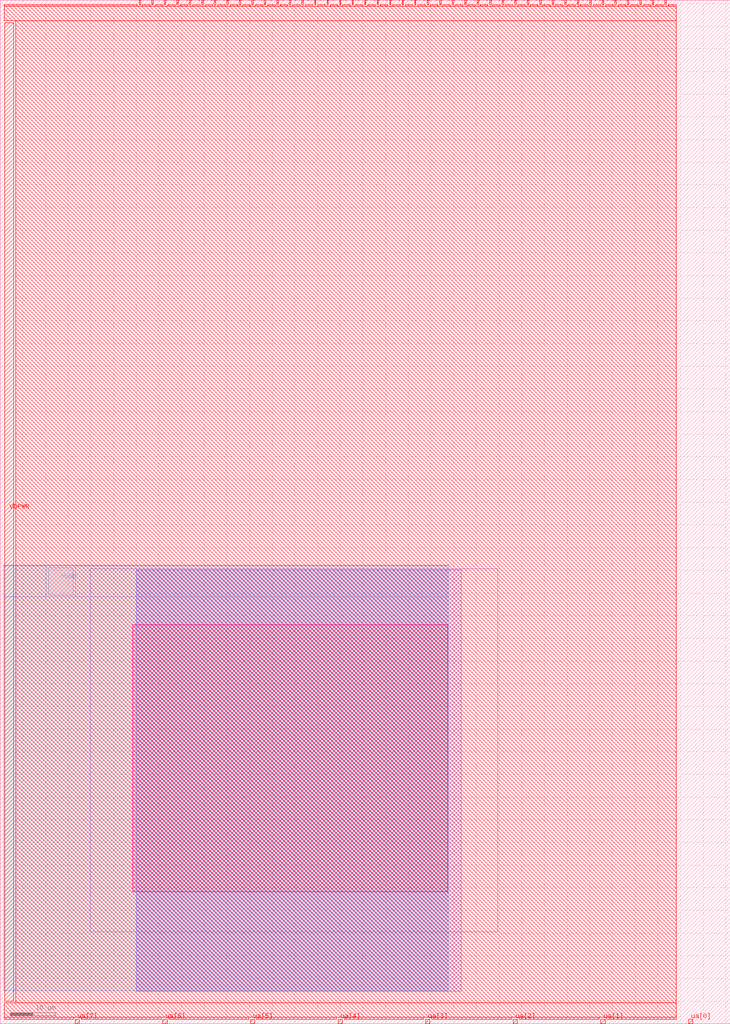
<source format=lef>
MACRO tt_um_bgr_agolmanesh
  CLASS BLOCK ;
  FOREIGN tt_um_bgr_agolmanesh ;
  ORIGIN 0.000 0.000 ;
  SIZE 161.000 BY 225.760 ;
  PIN clk
    DIRECTION INPUT ;
    USE SIGNAL ;
    PORT
      LAYER met4 ;
        RECT 143.830 224.760 144.130 225.760 ;
    END
  END clk
  PIN ena
    DIRECTION INPUT ;
    USE SIGNAL ;
    PORT
      LAYER met4 ;
        RECT 146.590 224.760 146.890 225.760 ;
    END
  END ena
  PIN rst_n
    DIRECTION INPUT ;
    USE SIGNAL ;
    PORT
      LAYER met4 ;
        RECT 141.070 224.760 141.370 225.760 ;
    END
  END rst_n
  PIN ua[0]
    DIRECTION INOUT ;
    USE SIGNAL ;
    PORT
      LAYER met4 ;
        RECT 151.810 0.000 152.710 1.000 ;
    END
  END ua[0]
  PIN ua[1]
    DIRECTION INOUT ;
    USE SIGNAL ;
    PORT
      LAYER met4 ;
        RECT 132.490 0.000 133.390 1.000 ;
    END
  END ua[1]
  PIN ua[2]
    DIRECTION INOUT ;
    USE SIGNAL ;
    PORT
      LAYER met4 ;
        RECT 113.170 0.000 114.070 1.000 ;
    END
  END ua[2]
  PIN ua[3]
    DIRECTION INOUT ;
    USE SIGNAL ;
    ANTENNAGATEAREA 40.000000 ;
    ANTENNADIFFAREA 2.900000 ;
    PORT
      LAYER met4 ;
        RECT 93.850 0.000 94.750 1.000 ;
    END
  END ua[3]
  PIN ua[4]
    DIRECTION INOUT ;
    USE SIGNAL ;
    PORT
      LAYER met4 ;
        RECT 74.530 0.000 75.430 1.000 ;
    END
  END ua[4]
  PIN ua[5]
    DIRECTION INOUT ;
    USE SIGNAL ;
    PORT
      LAYER met4 ;
        RECT 55.210 0.000 56.110 1.000 ;
    END
  END ua[5]
  PIN ua[6]
    DIRECTION INOUT ;
    USE SIGNAL ;
    PORT
      LAYER met4 ;
        RECT 35.890 0.000 36.790 1.000 ;
    END
  END ua[6]
  PIN ua[7]
    DIRECTION INOUT ;
    USE SIGNAL ;
    PORT
      LAYER met4 ;
        RECT 16.570 0.000 17.470 1.000 ;
    END
  END ua[7]
  PIN ui_in[0]
    DIRECTION INPUT ;
    USE SIGNAL ;
    PORT
      LAYER met4 ;
        RECT 138.310 224.760 138.610 225.760 ;
    END
  END ui_in[0]
  PIN ui_in[1]
    DIRECTION INPUT ;
    USE SIGNAL ;
    PORT
      LAYER met4 ;
        RECT 135.550 224.760 135.850 225.760 ;
    END
  END ui_in[1]
  PIN ui_in[2]
    DIRECTION INPUT ;
    USE SIGNAL ;
    PORT
      LAYER met4 ;
        RECT 132.790 224.760 133.090 225.760 ;
    END
  END ui_in[2]
  PIN ui_in[3]
    DIRECTION INPUT ;
    USE SIGNAL ;
    PORT
      LAYER met4 ;
        RECT 130.030 224.760 130.330 225.760 ;
    END
  END ui_in[3]
  PIN ui_in[4]
    DIRECTION INPUT ;
    USE SIGNAL ;
    PORT
      LAYER met4 ;
        RECT 127.270 224.760 127.570 225.760 ;
    END
  END ui_in[4]
  PIN ui_in[5]
    DIRECTION INPUT ;
    USE SIGNAL ;
    PORT
      LAYER met4 ;
        RECT 124.510 224.760 124.810 225.760 ;
    END
  END ui_in[5]
  PIN ui_in[6]
    DIRECTION INPUT ;
    USE SIGNAL ;
    PORT
      LAYER met4 ;
        RECT 121.750 224.760 122.050 225.760 ;
    END
  END ui_in[6]
  PIN ui_in[7]
    DIRECTION INPUT ;
    USE SIGNAL ;
    PORT
      LAYER met4 ;
        RECT 118.990 224.760 119.290 225.760 ;
    END
  END ui_in[7]
  PIN uio_in[0]
    DIRECTION INPUT ;
    USE SIGNAL ;
    PORT
      LAYER met4 ;
        RECT 116.230 224.760 116.530 225.760 ;
    END
  END uio_in[0]
  PIN uio_in[1]
    DIRECTION INPUT ;
    USE SIGNAL ;
    PORT
      LAYER met4 ;
        RECT 113.470 224.760 113.770 225.760 ;
    END
  END uio_in[1]
  PIN uio_in[2]
    DIRECTION INPUT ;
    USE SIGNAL ;
    PORT
      LAYER met4 ;
        RECT 110.710 224.760 111.010 225.760 ;
    END
  END uio_in[2]
  PIN uio_in[3]
    DIRECTION INPUT ;
    USE SIGNAL ;
    PORT
      LAYER met4 ;
        RECT 107.950 224.760 108.250 225.760 ;
    END
  END uio_in[3]
  PIN uio_in[4]
    DIRECTION INPUT ;
    USE SIGNAL ;
    PORT
      LAYER met4 ;
        RECT 105.190 224.760 105.490 225.760 ;
    END
  END uio_in[4]
  PIN uio_in[5]
    DIRECTION INPUT ;
    USE SIGNAL ;
    PORT
      LAYER met4 ;
        RECT 102.430 224.760 102.730 225.760 ;
    END
  END uio_in[5]
  PIN uio_in[6]
    DIRECTION INPUT ;
    USE SIGNAL ;
    PORT
      LAYER met4 ;
        RECT 99.670 224.760 99.970 225.760 ;
    END
  END uio_in[6]
  PIN uio_in[7]
    DIRECTION INPUT ;
    USE SIGNAL ;
    PORT
      LAYER met4 ;
        RECT 96.910 224.760 97.210 225.760 ;
    END
  END uio_in[7]
  PIN uio_oe[0]
    DIRECTION OUTPUT ;
    USE SIGNAL ;
    ANTENNAGATEAREA 66.000000 ;
    ANTENNADIFFAREA 1623.806519 ;
    PORT
      LAYER met4 ;
        RECT 49.990 224.760 50.290 225.760 ;
    END
  END uio_oe[0]
  PIN uio_oe[1]
    DIRECTION OUTPUT ;
    USE SIGNAL ;
    ANTENNAGATEAREA 66.000000 ;
    ANTENNADIFFAREA 1623.806519 ;
    PORT
      LAYER met4 ;
        RECT 47.230 224.760 47.530 225.760 ;
    END
  END uio_oe[1]
  PIN uio_oe[2]
    DIRECTION OUTPUT ;
    USE SIGNAL ;
    ANTENNAGATEAREA 66.000000 ;
    ANTENNADIFFAREA 1623.806519 ;
    PORT
      LAYER met4 ;
        RECT 44.470 224.760 44.770 225.760 ;
    END
  END uio_oe[2]
  PIN uio_oe[3]
    DIRECTION OUTPUT ;
    USE SIGNAL ;
    ANTENNAGATEAREA 66.000000 ;
    ANTENNADIFFAREA 1623.806519 ;
    PORT
      LAYER met4 ;
        RECT 41.710 224.760 42.010 225.760 ;
    END
  END uio_oe[3]
  PIN uio_oe[4]
    DIRECTION OUTPUT ;
    USE SIGNAL ;
    ANTENNAGATEAREA 66.000000 ;
    ANTENNADIFFAREA 1623.806519 ;
    PORT
      LAYER met4 ;
        RECT 38.950 224.760 39.250 225.760 ;
    END
  END uio_oe[4]
  PIN uio_oe[5]
    DIRECTION OUTPUT ;
    USE SIGNAL ;
    ANTENNAGATEAREA 66.000000 ;
    ANTENNADIFFAREA 1623.806519 ;
    PORT
      LAYER met4 ;
        RECT 36.190 224.760 36.490 225.760 ;
    END
  END uio_oe[5]
  PIN uio_oe[6]
    DIRECTION OUTPUT ;
    USE SIGNAL ;
    ANTENNAGATEAREA 66.000000 ;
    ANTENNADIFFAREA 1623.806519 ;
    PORT
      LAYER met4 ;
        RECT 33.430 224.760 33.730 225.760 ;
    END
  END uio_oe[6]
  PIN uio_oe[7]
    DIRECTION OUTPUT ;
    USE SIGNAL ;
    ANTENNAGATEAREA 66.000000 ;
    ANTENNADIFFAREA 1623.806519 ;
    PORT
      LAYER met4 ;
        RECT 30.670 224.760 30.970 225.760 ;
    END
  END uio_oe[7]
  PIN uio_out[0]
    DIRECTION OUTPUT ;
    USE SIGNAL ;
    ANTENNAGATEAREA 66.000000 ;
    ANTENNADIFFAREA 1623.806519 ;
    PORT
      LAYER met4 ;
        RECT 72.070 224.760 72.370 225.760 ;
    END
  END uio_out[0]
  PIN uio_out[1]
    DIRECTION OUTPUT ;
    USE SIGNAL ;
    ANTENNAGATEAREA 66.000000 ;
    ANTENNADIFFAREA 1623.806519 ;
    PORT
      LAYER met4 ;
        RECT 69.310 224.760 69.610 225.760 ;
    END
  END uio_out[1]
  PIN uio_out[2]
    DIRECTION OUTPUT ;
    USE SIGNAL ;
    ANTENNAGATEAREA 66.000000 ;
    ANTENNADIFFAREA 1623.806519 ;
    PORT
      LAYER met4 ;
        RECT 66.550 224.760 66.850 225.760 ;
    END
  END uio_out[2]
  PIN uio_out[3]
    DIRECTION OUTPUT ;
    USE SIGNAL ;
    ANTENNAGATEAREA 66.000000 ;
    ANTENNADIFFAREA 1623.806519 ;
    PORT
      LAYER met4 ;
        RECT 63.790 224.760 64.090 225.760 ;
    END
  END uio_out[3]
  PIN uio_out[4]
    DIRECTION OUTPUT ;
    USE SIGNAL ;
    ANTENNAGATEAREA 66.000000 ;
    ANTENNADIFFAREA 1623.806519 ;
    PORT
      LAYER met4 ;
        RECT 61.030 224.760 61.330 225.760 ;
    END
  END uio_out[4]
  PIN uio_out[5]
    DIRECTION OUTPUT ;
    USE SIGNAL ;
    ANTENNAGATEAREA 66.000000 ;
    ANTENNADIFFAREA 1623.806519 ;
    PORT
      LAYER met4 ;
        RECT 58.270 224.760 58.570 225.760 ;
    END
  END uio_out[5]
  PIN uio_out[6]
    DIRECTION OUTPUT ;
    USE SIGNAL ;
    ANTENNAGATEAREA 66.000000 ;
    ANTENNADIFFAREA 1623.806519 ;
    PORT
      LAYER met4 ;
        RECT 55.510 224.760 55.810 225.760 ;
    END
  END uio_out[6]
  PIN uio_out[7]
    DIRECTION OUTPUT ;
    USE SIGNAL ;
    ANTENNAGATEAREA 66.000000 ;
    ANTENNADIFFAREA 1623.806519 ;
    PORT
      LAYER met4 ;
        RECT 52.750 224.760 53.050 225.760 ;
    END
  END uio_out[7]
  PIN uo_out[0]
    DIRECTION OUTPUT ;
    USE SIGNAL ;
    ANTENNAGATEAREA 66.000000 ;
    ANTENNADIFFAREA 1623.806519 ;
    PORT
      LAYER met4 ;
        RECT 94.150 224.760 94.450 225.760 ;
    END
  END uo_out[0]
  PIN uo_out[1]
    DIRECTION OUTPUT ;
    USE SIGNAL ;
    ANTENNAGATEAREA 66.000000 ;
    ANTENNADIFFAREA 1623.806519 ;
    PORT
      LAYER met4 ;
        RECT 91.390 224.760 91.690 225.760 ;
    END
  END uo_out[1]
  PIN uo_out[2]
    DIRECTION OUTPUT ;
    USE SIGNAL ;
    ANTENNAGATEAREA 66.000000 ;
    ANTENNADIFFAREA 1623.806519 ;
    PORT
      LAYER met4 ;
        RECT 88.630 224.760 88.930 225.760 ;
    END
  END uo_out[2]
  PIN uo_out[3]
    DIRECTION OUTPUT ;
    USE SIGNAL ;
    ANTENNAGATEAREA 66.000000 ;
    ANTENNADIFFAREA 1623.806519 ;
    PORT
      LAYER met4 ;
        RECT 85.870 224.760 86.170 225.760 ;
    END
  END uo_out[3]
  PIN uo_out[4]
    DIRECTION OUTPUT ;
    USE SIGNAL ;
    ANTENNAGATEAREA 66.000000 ;
    ANTENNADIFFAREA 1623.806519 ;
    PORT
      LAYER met4 ;
        RECT 83.110 224.760 83.410 225.760 ;
    END
  END uo_out[4]
  PIN uo_out[5]
    DIRECTION OUTPUT ;
    USE SIGNAL ;
    ANTENNAGATEAREA 66.000000 ;
    ANTENNADIFFAREA 1623.806519 ;
    PORT
      LAYER met4 ;
        RECT 80.350 224.760 80.650 225.760 ;
    END
  END uo_out[5]
  PIN uo_out[6]
    DIRECTION OUTPUT ;
    USE SIGNAL ;
    ANTENNAGATEAREA 66.000000 ;
    ANTENNADIFFAREA 1623.806519 ;
    PORT
      LAYER met4 ;
        RECT 77.590 224.760 77.890 225.760 ;
    END
  END uo_out[6]
  PIN uo_out[7]
    DIRECTION OUTPUT ;
    USE SIGNAL ;
    ANTENNAGATEAREA 66.000000 ;
    ANTENNADIFFAREA 1623.806519 ;
    PORT
      LAYER met4 ;
        RECT 74.830 224.760 75.130 225.760 ;
    END
  END uo_out[7]
  PIN VDPWR
    DIRECTION INOUT ;
    USE POWER ;
    PORT
      LAYER met4 ;
        RECT 1.000 5.000 3.000 220.760 ;
    END
  END VDPWR
  PIN VGND
    USE GROUND ;
    PORT
      LAYER met3 ;
        RECT 10.560 94.530 16.120 100.580 ;
    END
  END VGND
  OBS
      LAYER nwell ;
        RECT 29.175 29.105 98.745 88.005 ;
      LAYER li1 ;
        RECT 19.810 20.240 109.745 100.300 ;
      LAYER met1 ;
        RECT 29.980 7.185 101.665 100.130 ;
      LAYER met2 ;
        RECT 30.030 7.220 98.855 100.150 ;
      LAYER met3 ;
        RECT 0.780 100.980 98.860 101.070 ;
        RECT 0.780 94.130 10.160 100.980 ;
        RECT 16.520 94.130 98.860 100.980 ;
        RECT 0.780 7.245 98.860 94.130 ;
      LAYER met4 ;
        RECT 0.875 224.360 30.270 224.760 ;
        RECT 31.370 224.360 33.030 224.760 ;
        RECT 34.130 224.360 35.790 224.760 ;
        RECT 36.890 224.360 38.550 224.760 ;
        RECT 39.650 224.360 41.310 224.760 ;
        RECT 42.410 224.360 44.070 224.760 ;
        RECT 45.170 224.360 46.830 224.760 ;
        RECT 47.930 224.360 49.590 224.760 ;
        RECT 50.690 224.360 52.350 224.760 ;
        RECT 53.450 224.360 55.110 224.760 ;
        RECT 56.210 224.360 57.870 224.760 ;
        RECT 58.970 224.360 60.630 224.760 ;
        RECT 61.730 224.360 63.390 224.760 ;
        RECT 64.490 224.360 66.150 224.760 ;
        RECT 67.250 224.360 68.910 224.760 ;
        RECT 70.010 224.360 71.670 224.760 ;
        RECT 72.770 224.360 74.430 224.760 ;
        RECT 75.530 224.360 77.190 224.760 ;
        RECT 78.290 224.360 79.950 224.760 ;
        RECT 81.050 224.360 82.710 224.760 ;
        RECT 83.810 224.360 85.470 224.760 ;
        RECT 86.570 224.360 88.230 224.760 ;
        RECT 89.330 224.360 90.990 224.760 ;
        RECT 92.090 224.360 93.750 224.760 ;
        RECT 94.850 224.360 96.510 224.760 ;
        RECT 97.610 224.360 99.270 224.760 ;
        RECT 100.370 224.360 102.030 224.760 ;
        RECT 103.130 224.360 104.790 224.760 ;
        RECT 105.890 224.360 107.550 224.760 ;
        RECT 108.650 224.360 110.310 224.760 ;
        RECT 111.410 224.360 113.070 224.760 ;
        RECT 114.170 224.360 115.830 224.760 ;
        RECT 116.930 224.360 118.590 224.760 ;
        RECT 119.690 224.360 121.350 224.760 ;
        RECT 122.450 224.360 124.110 224.760 ;
        RECT 125.210 224.360 126.870 224.760 ;
        RECT 127.970 224.360 129.630 224.760 ;
        RECT 130.730 224.360 132.390 224.760 ;
        RECT 133.490 224.360 135.150 224.760 ;
        RECT 136.250 224.360 137.910 224.760 ;
        RECT 139.010 224.360 140.670 224.760 ;
        RECT 141.770 224.360 143.430 224.760 ;
        RECT 144.530 224.360 146.190 224.760 ;
        RECT 147.290 224.360 149.070 224.760 ;
        RECT 0.875 221.160 149.070 224.360 ;
        RECT 3.400 4.600 149.070 221.160 ;
        RECT 0.875 1.400 149.070 4.600 ;
        RECT 0.875 1.000 16.170 1.400 ;
        RECT 17.870 1.000 35.490 1.400 ;
        RECT 37.190 1.000 54.810 1.400 ;
        RECT 56.510 1.000 74.130 1.400 ;
        RECT 75.830 1.000 93.450 1.400 ;
        RECT 95.150 1.000 112.770 1.400 ;
        RECT 114.470 1.000 132.090 1.400 ;
        RECT 133.790 1.000 149.070 1.400 ;
  END
END tt_um_bgr_agolmanesh
END LIBRARY


</source>
